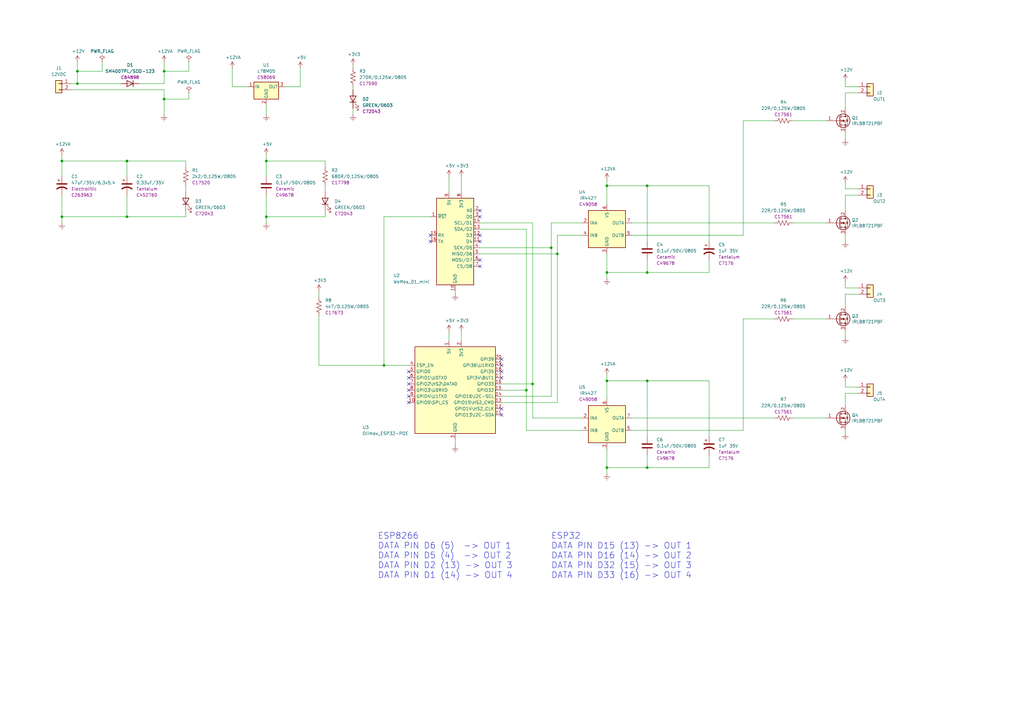
<source format=kicad_sch>
(kicad_sch (version 20211123) (generator eeschema)
  (paper "A3")
  (title_block (title "ESP 4 PWM Module") (date "2022-03-06") (rev "2"))
  (lib_symbols
    (symbol "Connector_Generic:Conn_01x02" (pin_names (offset 1.016) hide)
      (property "Reference" "J" (at 0 2.54 0))
      (property "Value" "Conn_01x02" (at 0 -5.08 0))
      (symbol "Conn_01x02_1_1"
        (rectangle (start -1.27 -2.413) (end 0 -2.667) (stroke (width 0.1524)))
        (rectangle (start -1.27 0.127) (end 0 -0.127) (stroke (width 0.1524)))
        (rectangle (start -1.27 1.27) (end 1.27 -3.81) (stroke (width 0.254)) (fill (type background)))
        (pin passive line (at -5.08 0 0) (length 3.81) (name "Pin_1") (number "1"))
        (pin passive line (at -5.08 -2.54 0) (length 3.81) (name "Pin_2") (number "2"))
      )
    )
    (symbol "Device:C" (pin_numbers hide) (pin_names (offset 0.254))
      (property "Reference" "C" (at 0.635 2.54 0))
      (property "Value" "C" (at 0.635 -2.54 0))
      (symbol "C_0_1"
        (polyline (pts (xy -2.032 -0.762) (xy 2.032 -0.762)) (stroke (width 0.508)))
        (polyline (pts (xy -2.032 0.762) (xy 2.032 0.762)) (stroke (width 0.508)))
      )
      (symbol "C_1_1"
        (pin passive line (at 0 3.81 270) (length 2.794) (name "~") (number "1"))
        (pin passive line (at 0 -3.81 90) (length 2.794) (name "~") (number "2"))
      )
    )
    (symbol "Device:CP1" (pin_numbers hide) (pin_names (offset 0.254) hide)
      (property "Reference" "C" (at 0.635 2.54 0))
      (property "Value" "Device_CP1" (at 0.635 -2.54 0))
      (symbol "CP1_0_1"
        (polyline (pts (xy -2.032 0.762) (xy 2.032 0.762)) (stroke (width 0.508)))
        (polyline (pts (xy -1.778 2.286) (xy -0.762 2.286)))
        (polyline (pts (xy -1.27 1.778) (xy -1.27 2.794)))
        (arc (start 2.032 -1.27) (mid 0 -0.5572) (end -2.032 -1.27) (stroke (width 0.508)))
      )
      (symbol "CP1_1_1"
        (pin passive line (at 0 3.81 270) (length 2.794) (name "~") (number "1"))
        (pin passive line (at 0 -3.81 90) (length 3.302) (name "~") (number "2"))
      )
    )
    (symbol "Device:D" (pin_numbers hide) (pin_names (offset 1.016) hide)
      (property "Reference" "D" (at 0 2.54 0))
      (property "Value" "D" (at 0 -2.54 0))
      (symbol "D_0_1"
        (polyline (pts (xy -1.27 1.27) (xy -1.27 -1.27)) (stroke (width 0.254)))
        (polyline (pts (xy 1.27 0) (xy -1.27 0)))
        (polyline (pts (xy 1.27 1.27) (xy 1.27 -1.27) (xy -1.27 0) (xy 1.27 1.27)) (stroke (width 0.254)))
      )
      (symbol "D_1_1"
        (pin passive line (at -3.81 0 0) (length 2.54) (name "K") (number "1"))
        (pin passive line (at 3.81 0 180) (length 2.54) (name "A") (number "2"))
      )
    )
    (symbol "Device:LED" (pin_numbers hide) (pin_names (offset 1.016) hide)
      (property "Reference" "D" (at 0 2.54 0))
      (property "Value" "LED" (at 0 -2.54 0))
      (symbol "LED_0_1"
        (polyline (pts (xy -1.27 -1.27) (xy -1.27 1.27)) (stroke (width 0.254)))
        (polyline (pts (xy -1.27 0) (xy 1.27 0)))
        (polyline (pts (xy 1.27 -1.27) (xy 1.27 1.27) (xy -1.27 0) (xy 1.27 -1.27)) (stroke (width 0.254)))
        (polyline (pts (xy -3.048 -0.762) (xy -4.572 -2.286) (xy -3.81 -2.286) (xy -4.572 -2.286) (xy -4.572 -1.524)))
        (polyline (pts (xy -1.778 -0.762) (xy -3.302 -2.286) (xy -2.54 -2.286) (xy -3.302 -2.286) (xy -3.302 -1.524)))
      )
      (symbol "LED_1_1"
        (pin passive line (at -3.81 0 0) (length 2.54) (name "K") (number "1"))
        (pin passive line (at 3.81 0 180) (length 2.54) (name "A") (number "2"))
      )
    )
    (symbol "Device:R_US" (pin_numbers hide) (pin_names (offset 0))
      (property "Reference" "R" (at 2.54 0 90))
      (property "Value" "R_US" (at -2.54 0 90))
      (symbol "R_US_0_1"
        (polyline (pts (xy 0 -2.286) (xy 0 -2.54)))
        (polyline (pts (xy 0 2.286) (xy 0 2.54)))
        (polyline (pts (xy 0 -0.762) (xy 1.016 -1.143) (xy 0 -1.524) (xy -1.016 -1.905) (xy 0 -2.286)))
        (polyline (pts (xy 0 0.762) (xy 1.016 0.381) (xy 0 0) (xy -1.016 -0.381) (xy 0 -0.762)))
        (polyline (pts (xy 0 2.286) (xy 1.016 1.905) (xy 0 1.524) (xy -1.016 1.143) (xy 0 0.762)))
      )
      (symbol "R_US_1_1"
        (pin passive line (at 0 3.81 270) (length 1.27) (name "~") (number "1"))
        (pin passive line (at 0 -3.81 90) (length 1.27) (name "~") (number "2"))
      )
    )
    (symbol "MCU_Module:WeMos_D1_mini"
      (property "Reference" "U" (at 3.81 19.05 0))
      (property "Value" "WeMos_D1_mini" (at 1.27 -19.05 0))
      (symbol "WeMos_D1_mini_1_1"
        (rectangle (start -7.62 17.78) (end 7.62 -17.78) (stroke (width 0.254)) (fill (type background)))
        (pin input line (at -10.16 10.16 0) (length 2.54) (name "~{RST}") (number "1"))
        (pin power_in line (at 0 -20.32 90) (length 2.54) (name "GND") (number "10"))
        (pin bidirectional line (at 10.16 0 180) (length 2.54) (name "D4") (number "11"))
        (pin bidirectional line (at 10.16 2.54 180) (length 2.54) (name "D3") (number "12"))
        (pin bidirectional line (at 10.16 5.08 180) (length 2.54) (name "SDA/D2") (number "13"))
        (pin bidirectional line (at 10.16 7.62 180) (length 2.54) (name "SCL/D1") (number "14"))
        (pin input line (at -10.16 2.54 0) (length 2.54) (name "RX") (number "15"))
        (pin output line (at -10.16 0 0) (length 2.54) (name "TX") (number "16"))
        (pin input line (at 10.16 12.7 180) (length 2.54) (name "A0") (number "2"))
        (pin bidirectional line (at 10.16 10.16 180) (length 2.54) (name "D0") (number "3"))
        (pin bidirectional line (at 10.16 -2.54 180) (length 2.54) (name "SCK/D5") (number "4"))
        (pin bidirectional line (at 10.16 -5.08 180) (length 2.54) (name "MISO/D6") (number "5"))
        (pin bidirectional line (at 10.16 -7.62 180) (length 2.54) (name "MOSI/D7") (number "6"))
        (pin bidirectional line (at 10.16 -10.16 180) (length 2.54) (name "CS/D8") (number "7"))
        (pin power_out line (at 2.54 20.32 270) (length 2.54) (name "3V3") (number "8"))
        (pin power_in line (at -2.54 20.32 270) (length 2.54) (name "5V") (number "9"))
      )
    )
    (symbol "Regulator_Linear:L7805" (pin_names (offset 0.254))
      (property "Reference" "U" (at -3.81 3.175 0))
      (property "Value" "L7805" (at 0 3.175 0))
      (symbol "L7805_0_1"
        (rectangle (start -5.08 1.905) (end 5.08 -5.08) (stroke (width 0.254)) (fill (type background)))
      )
      (symbol "L7805_1_1"
        (pin power_in line (at -7.62 0 0) (length 2.54) (name "IN") (number "1"))
        (pin power_in line (at 0 -7.62 90) (length 2.54) (name "GND") (number "2"))
        (pin power_out line (at 7.62 0 180) (length 2.54) (name "OUT") (number "3"))
      )
    )
    (symbol "Tales:IR4427"
      (property "Reference" "U" (at -7.62 8.89 0))
      (property "Value" "IR4427" (at 1.27 8.89 0))
      (symbol "IR4427_0_1"
        (rectangle (start -7.62 -7.62) (end 7.62 7.62) (stroke (width 0.254)) (fill (type background)))
      )
      (symbol "IR4427_1_1"
        (pin no_connect line (at -7.62 0 0) (length 2.54) hide (name "NC") (number "1"))
        (pin input line (at -10.16 2.54 0) (length 2.54) (name "INA") (number "2"))
        (pin power_in line (at 0 -10.16 90) (length 2.54) (name "GND") (number "3"))
        (pin input line (at -10.16 -2.54 0) (length 2.54) (name "INB") (number "4"))
        (pin output line (at 10.16 -2.54 180) (length 2.54) (name "OUTB") (number "5"))
        (pin power_in line (at 0 10.16 270) (length 2.54) (name "VS") (number "6"))
        (pin output line (at 10.16 2.54 180) (length 2.54) (name "OUTA") (number "7"))
        (pin no_connect line (at 7.62 0 180) (length 2.54) hide (name "NC") (number "8"))
      )
    )
    (symbol "Tales:Olimex_ESP32-POE"
      (property "Reference" "U" (at 5.08 19.05 0))
      (property "Value" "Olimex_ESP32-POE" (at 5.08 -19.05 0))
      (symbol "Olimex_ESP32-POE_1_1"
        (rectangle (start -16.51 17.78) (end 16.51 -17.78) (stroke (width 0.254)) (fill (type background)))
        (pin power_in line (at -2.54 20.32 270) (length 2.54) (name "5V") (number "1"))
        (pin bidirectional line (at -19.05 -5.08 0) (length 2.54) (name "GPIO5\\SPI_CS") (number "10"))
        (pin bidirectional line (at 19.05 -10.16 180) (length 2.54) (name "GPIO13\\I2C-SDA") (number "11"))
        (pin bidirectional line (at 19.05 -7.62 180) (length 2.54) (name "GPIO14\\HS2_CLK") (number "12"))
        (pin bidirectional line (at 19.05 -5.08 180) (length 2.54) (name "GPIO15\\HS2_CMD") (number "13"))
        (pin bidirectional line (at 19.05 -2.54 180) (length 2.54) (name "GPIO16\\I2C-SCL") (number "14"))
        (pin bidirectional line (at 19.05 0 180) (length 2.54) (name "GPIO32") (number "15"))
        (pin bidirectional line (at 19.05 2.54 180) (length 2.54) (name "GPIO33") (number "16"))
        (pin input line (at 19.05 5.08 180) (length 2.54) (name "GPI34\\BUT1") (number "17"))
        (pin input line (at 19.05 7.62 180) (length 2.54) (name "GPI35") (number "18"))
        (pin input line (at 19.05 10.16 180) (length 2.54) (name "GPI36\\U1RXD") (number "19"))
        (pin power_out line (at 2.54 20.32 270) (length 2.54) (name "3V3") (number "2"))
        (pin input line (at 19.05 12.7 180) (length 2.54) (name "GPI39") (number "20"))
        (pin power_in line (at 0 -20.32 90) (length 2.54) (name "GND") (number "3"))
        (pin input line (at -19.05 10.16 0) (length 2.54) (name "ESP_EN") (number "4"))
        (pin bidirectional line (at -19.05 7.62 0) (length 2.54) (name "GPIO0") (number "5"))
        (pin bidirectional line (at -19.05 5.08 0) (length 2.54) (name "GPIO1\\U0TXD") (number "6"))
        (pin bidirectional line (at -19.05 2.54 0) (length 2.54) (name "GPIO2\\HS2\\DATA0") (number "7"))
        (pin bidirectional line (at -19.05 0 0) (length 2.54) (name "GPIO3\\U0RXD") (number "8"))
        (pin bidirectional line (at -19.05 -2.54 0) (length 2.54) (name "GPIO4\\U1TXD") (number "9"))
      )
    )
    (symbol "Transistor_FET:IRLB8721PBF" (pin_names hide)
      (property "Reference" "Q" (at 6.35 1.905 0))
      (property "Value" "IRLB8721PBF" (at 6.35 0 0))
      (symbol "IRLB8721PBF_0_1"
        (polyline (pts (xy 0.254 0) (xy -2.54 0)))
        (polyline (pts (xy 0.254 1.905) (xy 0.254 -1.905)) (stroke (width 0.254)))
        (polyline (pts (xy 0.762 -1.27) (xy 0.762 -2.286)) (stroke (width 0.254)))
        (polyline (pts (xy 0.762 0.508) (xy 0.762 -0.508)) (stroke (width 0.254)))
        (polyline (pts (xy 0.762 2.286) (xy 0.762 1.27)) (stroke (width 0.254)))
        (polyline (pts (xy 2.54 2.54) (xy 2.54 1.778)))
        (polyline (pts (xy 2.54 -2.54) (xy 2.54 0) (xy 0.762 0)))
        (polyline (pts (xy 0.762 -1.778) (xy 3.302 -1.778) (xy 3.302 1.778) (xy 0.762 1.778)))
        (polyline (pts (xy 1.016 0) (xy 2.032 0.381) (xy 2.032 -0.381) (xy 1.016 0)) (fill (type outline)))
        (polyline (pts (xy 2.794 0.508) (xy 2.921 0.381) (xy 3.683 0.381) (xy 3.81 0.254)))
        (polyline (pts (xy 3.302 0.381) (xy 2.921 -0.254) (xy 3.683 -0.254) (xy 3.302 0.381)))
        (circle (center 1.651 0) (radius 2.794) (stroke (width 0.254)))
        (circle (center 2.54 -1.778) (radius 0.254) (fill (type outline)))
        (circle (center 2.54 1.778) (radius 0.254) (fill (type outline)))
      )
      (symbol "IRLB8721PBF_1_1"
        (pin input line (at -5.08 0 0) (length 2.54) (name "G") (number "1"))
        (pin passive line (at 2.54 5.08 270) (length 2.54) (name "D") (number "2"))
        (pin passive line (at 2.54 -5.08 90) (length 2.54) (name "S") (number "3"))
      )
    )
    (symbol "power:+12V" (power) (pin_names (offset 0))
      (property "Value" "+12V" (at 0 3.556 0))
      (symbol "+12V_0_1"
        (polyline (pts (xy -0.762 1.27) (xy 0 2.54)))
        (polyline (pts (xy 0 0) (xy 0 2.54)))
        (polyline (pts (xy 0 2.54) (xy 0.762 1.27)))
      )
      (symbol "+12V_1_1"
        (pin power_in line (at 0 0 90) (length 0) hide (name "+12V") (number "1"))
      )
    )
    (symbol "power:+12VA" (power) (pin_names (offset 0))
      (property "Value" "+12VA" (at 0 3.556 0))
      (symbol "+12VA_0_1"
        (polyline (pts (xy -0.762 1.27) (xy 0 2.54)))
        (polyline (pts (xy 0 0) (xy 0 2.54)))
        (polyline (pts (xy 0 2.54) (xy 0.762 1.27)))
      )
      (symbol "+12VA_1_1"
        (pin power_in line (at 0 0 90) (length 0) hide (name "+12VA") (number "1"))
      )
    )
    (symbol "power:+3.3V" (power) (pin_names (offset 0))
      (property "Value" "+3.3V" (at 0 3.556 0))
      (symbol "+3.3V_0_1"
        (polyline (pts (xy -0.762 1.27) (xy 0 2.54)))
        (polyline (pts (xy 0 0) (xy 0 2.54)))
        (polyline (pts (xy 0 2.54) (xy 0.762 1.27)))
      )
      (symbol "+3.3V_1_1"
        (pin power_in line (at 0 0 90) (length 0) hide (name "+3V3") (number "1"))
      )
    )
    (symbol "power:+5V" (power) (pin_names (offset 0))
      (property "Value" "+5V" (at 0 3.556 0))
      (symbol "+5V_0_1"
        (polyline (pts (xy -0.762 1.27) (xy 0 2.54)))
        (polyline (pts (xy 0 0) (xy 0 2.54)))
        (polyline (pts (xy 0 2.54) (xy 0.762 1.27)))
      )
      (symbol "+5V_1_1"
        (pin power_in line (at 0 0 90) (length 0) hide (name "+5V") (number "1"))
      )
    )
    (symbol "power:GNDREF" (power) (pin_names (offset 0))
      (property "Value" "GNDREF" (at 0 -3.81 0))
      (symbol "GNDREF_0_1"
        (polyline (pts (xy -0.635 -1.905) (xy 0.635 -1.905)))
        (polyline (pts (xy -0.127 -2.54) (xy 0.127 -2.54)))
        (polyline (pts (xy 0 -1.27) (xy 0 0)))
        (polyline (pts (xy 1.27 -1.27) (xy -1.27 -1.27)))
      )
      (symbol "GNDREF_1_1"
        (pin power_in line (at 0 0 270) (length 0) hide (name "GNDREF") (number "1"))
      )
    )
    (symbol "power:PWR_FLAG" (power) (pin_numbers hide) (pin_names (offset 0) hide)
      (property "Value" "PWR_FLAG" (at 0 3.81 0))
      (symbol "PWR_FLAG_0_0"
        (pin power_out line (at 0 0 90) (length 0) (name "pwr") (number "1"))
      )
      (symbol "PWR_FLAG_0_1"
        (polyline (pts (xy 0 0) (xy 0 1.27) (xy -1.016 1.905) (xy 0 2.54) (xy 1.016 1.905) (xy 0 1.27)))
      )
    )
  )
  (junction (at 265.43 156.21))
  (junction (at 31.75 29.21))
  (junction (at 248.92 111.76))
  (junction (at 25.4 66.04))
  (junction (at 248.92 191.77))
  (junction (at 52.07 66.04))
  (junction (at 157.48 149.86))
  (junction (at 215.9 160.02))
  (junction (at 25.4 88.9))
  (junction (at 218.44 157.48))
  (junction (at 109.22 66.04))
  (junction (at 52.07 88.9))
  (junction (at 265.43 111.76))
  (junction (at 67.31 29.21))
  (junction (at 67.31 40.64))
  (junction (at 265.43 76.2))
  (junction (at 228.6 104.14))
  (junction (at 31.75 34.29))
  (junction (at 109.22 88.9))
  (junction (at 226.06 101.6))
  (junction (at 265.43 191.77))
  (junction (at 248.92 156.21))
  (junction (at 248.92 76.2))
  (no_connect (at 205.74 170.18))
  (no_connect (at 167.64 160.02))
  (no_connect (at 205.74 147.32))
  (no_connect (at 196.85 99.06))
  (no_connect (at 167.64 152.4))
  (no_connect (at 176.53 99.06))
  (no_connect (at 205.74 152.4))
  (no_connect (at 196.85 109.22))
  (no_connect (at 196.85 106.68))
  (no_connect (at 196.85 96.52))
  (no_connect (at 205.74 154.94))
  (no_connect (at 205.74 149.86))
  (no_connect (at 167.64 157.48))
  (no_connect (at 196.85 86.36))
  (no_connect (at 176.53 96.52))
  (no_connect (at 167.64 162.56))
  (no_connect (at 196.85 88.9))
  (no_connect (at 167.64 165.1))
  (no_connect (at 167.64 154.94))
  (no_connect (at 205.74 167.64))
  (wire (pts (xy 228.6 104.14) (xy 228.6 96.52)))
  (wire (pts (xy 109.22 43.18) (xy 109.22 46.99)))
  (wire (pts (xy 95.25 27.94) (xy 95.25 35.56)))
  (wire (pts (xy 248.92 73.66) (xy 248.92 76.2)))
  (wire (pts (xy 25.4 66.04) (xy 25.4 72.39)))
  (wire (pts (xy 215.9 176.53) (xy 238.76 176.53)))
  (wire (pts (xy 25.4 63.5) (xy 25.4 66.04)))
  (wire (pts (xy 304.8 130.81) (xy 304.8 176.53)))
  (wire (pts (xy 67.31 36.83) (xy 67.31 40.64)))
  (wire (pts (xy 346.71 96.52) (xy 346.71 99.06)))
  (wire (pts (xy 144.78 44.45) (xy 144.78 46.99)))
  (wire (pts (xy 25.4 88.9) (xy 25.4 80.01)))
  (wire (pts (xy 248.92 76.2) (xy 248.92 83.82)))
  (wire (pts (xy 265.43 111.76) (xy 248.92 111.76)))
  (wire (pts (xy 52.07 88.9) (xy 25.4 88.9)))
  (wire (pts (xy 351.79 120.65) (xy 346.71 120.65)))
  (wire (pts (xy 176.53 88.9) (xy 157.48 88.9)))
  (wire (pts (xy 218.44 157.48) (xy 218.44 171.45)))
  (wire (pts (xy 290.83 179.07) (xy 290.83 156.21)))
  (wire (pts (xy 186.69 182.88) (xy 186.69 180.34)))
  (wire (pts (xy 259.08 171.45) (xy 317.5 171.45)))
  (wire (pts (xy 123.19 27.94) (xy 123.19 35.56)))
  (wire (pts (xy 205.74 160.02) (xy 215.9 160.02)))
  (wire (pts (xy 76.2 66.04) (xy 52.07 66.04)))
  (wire (pts (xy 130.81 129.54) (xy 130.81 149.86)))
  (wire (pts (xy 116.84 35.56) (xy 123.19 35.56)))
  (wire (pts (xy 76.2 88.9) (xy 52.07 88.9)))
  (wire (pts (xy 218.44 91.44) (xy 218.44 157.48)))
  (wire (pts (xy 41.91 29.21) (xy 41.91 25.4)))
  (wire (pts (xy 290.83 76.2) (xy 265.43 76.2)))
  (wire (pts (xy 205.74 162.56) (xy 226.06 162.56)))
  (wire (pts (xy 189.23 135.89) (xy 189.23 139.7)))
  (wire (pts (xy 133.35 86.36) (xy 133.35 88.9)))
  (wire (pts (xy 325.12 171.45) (xy 339.09 171.45)))
  (wire (pts (xy 248.92 194.31) (xy 248.92 191.77)))
  (wire (pts (xy 290.83 156.21) (xy 265.43 156.21)))
  (wire (pts (xy 218.44 171.45) (xy 238.76 171.45)))
  (wire (pts (xy 77.47 25.4) (xy 77.47 29.21)))
  (wire (pts (xy 109.22 63.5) (xy 109.22 66.04)))
  (wire (pts (xy 351.79 158.75) (xy 346.71 158.75)))
  (wire (pts (xy 144.78 26.67) (xy 144.78 27.94)))
  (wire (pts (xy 157.48 149.86) (xy 167.64 149.86)))
  (wire (pts (xy 133.35 68.58) (xy 133.35 66.04)))
  (wire (pts (xy 265.43 156.21) (xy 248.92 156.21)))
  (wire (pts (xy 31.75 34.29) (xy 49.53 34.29)))
  (wire (pts (xy 248.92 156.21) (xy 248.92 153.67)))
  (wire (pts (xy 76.2 86.36) (xy 76.2 88.9)))
  (wire (pts (xy 265.43 186.69) (xy 265.43 191.77)))
  (wire (pts (xy 346.71 158.75) (xy 346.71 156.21)))
  (wire (pts (xy 228.6 165.1) (xy 228.6 104.14)))
  (wire (pts (xy 31.75 29.21) (xy 31.75 34.29)))
  (wire (pts (xy 196.85 93.98) (xy 215.9 93.98)))
  (wire (pts (xy 265.43 179.07) (xy 265.43 156.21)))
  (wire (pts (xy 76.2 68.58) (xy 76.2 66.04)))
  (wire (pts (xy 215.9 93.98) (xy 215.9 160.02)))
  (wire (pts (xy 184.15 135.89) (xy 184.15 139.7)))
  (wire (pts (xy 346.71 38.1) (xy 346.71 44.45)))
  (wire (pts (xy 346.71 80.01) (xy 346.71 86.36)))
  (wire (pts (xy 130.81 119.38) (xy 130.81 121.92)))
  (wire (pts (xy 248.92 111.76) (xy 248.92 104.14)))
  (wire (pts (xy 133.35 88.9) (xy 109.22 88.9)))
  (wire (pts (xy 317.5 130.81) (xy 304.8 130.81)))
  (wire (pts (xy 157.48 88.9) (xy 157.48 149.86)))
  (wire (pts (xy 67.31 34.29) (xy 67.31 29.21)))
  (wire (pts (xy 351.79 80.01) (xy 346.71 80.01)))
  (wire (pts (xy 184.15 72.39) (xy 184.15 78.74)))
  (wire (pts (xy 351.79 161.29) (xy 346.71 161.29)))
  (wire (pts (xy 317.5 91.44) (xy 259.08 91.44)))
  (wire (pts (xy 304.8 176.53) (xy 259.08 176.53)))
  (wire (pts (xy 196.85 101.6) (xy 226.06 101.6)))
  (wire (pts (xy 196.85 91.44) (xy 218.44 91.44)))
  (wire (pts (xy 346.71 77.47) (xy 346.71 74.93)))
  (wire (pts (xy 130.81 149.86) (xy 157.48 149.86)))
  (wire (pts (xy 29.21 34.29) (xy 31.75 34.29)))
  (wire (pts (xy 205.74 157.48) (xy 218.44 157.48)))
  (wire (pts (xy 290.83 186.69) (xy 290.83 191.77)))
  (wire (pts (xy 109.22 80.01) (xy 109.22 88.9)))
  (wire (pts (xy 290.83 106.68) (xy 290.83 111.76)))
  (wire (pts (xy 346.71 35.56) (xy 346.71 33.02)))
  (wire (pts (xy 109.22 91.44) (xy 109.22 88.9)))
  (wire (pts (xy 29.21 36.83) (xy 67.31 36.83)))
  (wire (pts (xy 31.75 29.21) (xy 41.91 29.21)))
  (wire (pts (xy 290.83 99.06) (xy 290.83 76.2)))
  (wire (pts (xy 265.43 191.77) (xy 248.92 191.77)))
  (wire (pts (xy 226.06 91.44) (xy 238.76 91.44)))
  (wire (pts (xy 109.22 72.39) (xy 109.22 66.04)))
  (wire (pts (xy 52.07 72.39) (xy 52.07 66.04)))
  (wire (pts (xy 226.06 162.56) (xy 226.06 101.6)))
  (wire (pts (xy 351.79 38.1) (xy 346.71 38.1)))
  (wire (pts (xy 351.79 77.47) (xy 346.71 77.47)))
  (wire (pts (xy 290.83 191.77) (xy 265.43 191.77)))
  (wire (pts (xy 77.47 38.1) (xy 77.47 40.64)))
  (wire (pts (xy 31.75 25.4) (xy 31.75 29.21)))
  (wire (pts (xy 144.78 36.83) (xy 144.78 35.56)))
  (wire (pts (xy 325.12 49.53) (xy 339.09 49.53)))
  (wire (pts (xy 265.43 76.2) (xy 248.92 76.2)))
  (wire (pts (xy 95.25 35.56) (xy 101.6 35.56)))
  (wire (pts (xy 325.12 91.44) (xy 339.09 91.44)))
  (wire (pts (xy 228.6 96.52) (xy 238.76 96.52)))
  (wire (pts (xy 77.47 29.21) (xy 67.31 29.21)))
  (wire (pts (xy 265.43 99.06) (xy 265.43 76.2)))
  (wire (pts (xy 76.2 78.74) (xy 76.2 76.2)))
  (wire (pts (xy 52.07 66.04) (xy 25.4 66.04)))
  (wire (pts (xy 67.31 29.21) (xy 67.31 25.4)))
  (wire (pts (xy 265.43 106.68) (xy 265.43 111.76)))
  (wire (pts (xy 304.8 96.52) (xy 259.08 96.52)))
  (wire (pts (xy 325.12 130.81) (xy 339.09 130.81)))
  (wire (pts (xy 57.15 34.29) (xy 67.31 34.29)))
  (wire (pts (xy 346.71 54.61) (xy 346.71 57.15)))
  (wire (pts (xy 196.85 104.14) (xy 228.6 104.14)))
  (wire (pts (xy 226.06 101.6) (xy 226.06 91.44)))
  (wire (pts (xy 346.71 135.89) (xy 346.71 138.43)))
  (wire (pts (xy 67.31 40.64) (xy 67.31 46.99)))
  (wire (pts (xy 248.92 191.77) (xy 248.92 184.15)))
  (wire (pts (xy 215.9 160.02) (xy 215.9 176.53)))
  (wire (pts (xy 248.92 163.83) (xy 248.92 156.21)))
  (wire (pts (xy 189.23 72.39) (xy 189.23 78.74)))
  (wire (pts (xy 346.71 176.53) (xy 346.71 177.8)))
  (wire (pts (xy 186.69 119.38) (xy 186.69 120.65)))
  (wire (pts (xy 133.35 78.74) (xy 133.35 76.2)))
  (wire (pts (xy 351.79 118.11) (xy 346.71 118.11)))
  (wire (pts (xy 346.71 118.11) (xy 346.71 115.57)))
  (wire (pts (xy 52.07 80.01) (xy 52.07 88.9)))
  (wire (pts (xy 304.8 49.53) (xy 304.8 96.52)))
  (wire (pts (xy 133.35 66.04) (xy 109.22 66.04)))
  (wire (pts (xy 351.79 35.56) (xy 346.71 35.56)))
  (wire (pts (xy 290.83 111.76) (xy 265.43 111.76)))
  (wire (pts (xy 25.4 91.44) (xy 25.4 88.9)))
  (wire (pts (xy 304.8 49.53) (xy 317.5 49.53)))
  (wire (pts (xy 346.71 120.65) (xy 346.71 125.73)))
  (wire (pts (xy 248.92 114.3) (xy 248.92 111.76)))
  (wire (pts (xy 77.47 40.64) (xy 67.31 40.64)))
  (wire (pts (xy 346.71 161.29) (xy 346.71 166.37)))
  (wire (pts (xy 205.74 165.1) (xy 228.6 165.1)))
  (text "ESP32\nDATA PIN D15 (13) -> OUT 1\nDATA PIN D16 (14) -> OUT 2\nDATA PIN D32 (15) -> OUT 3\nDATA PIN D33 (16) -> OUT 4" (at 226.06 237.49 0) (effects (font (size 2.5 2.5)) (justify left bottom)))
  (text "ESP8266\nDATA PIN D6 (5)  -> OUT 1\nDATA PIN D5 (4)  -> OUT 2\nDATA PIN D2 (13) -> OUT 3\nDATA PIN D1 (14) -> OUT 4" (at 154.94 237.49 0) (effects (font (size 2.5 2.5)) (justify left bottom)))
  (symbol (lib_id "Device:R_US") (at 76.2 72.39 0) (unit 1)
    (property "Reference" "R1" (at 78.74 69.85 0) (effects (justify left)))
    (property "Value" "2k2/0,125W/0805" (at 78.74 72.39 0) (effects (justify left)))
    (property "Footprint" "Tales:R_0805_2012Metric" (effects hide))
    (property "Case" "0805/2012" (effects hide))
    (property "Mfr" "Uniroyal" (effects hide))
    (property "Mfr PN" "0805W8F2201T5E" (effects hide))
    (property "Vendor" "JLCPCB" (effects hide))
    (property "Vendor PN" "C17520" (effects hide))
    (property "JLCPCB BOM" "1" (effects hide))
    (property "LCSC Part" "C17520" (at 78.74 74.93 0) (effects (justify left)))
  )
  (symbol (lib_id "Device:D") (at 53.34 34.29 180) (unit 1)
    (property "Reference" "D1" (at 53.34 26.67 0))
    (property "Value" "SM4007PL/SOD-123" (at 53.34 29.21 0))
    (property "Footprint" "Tales:D_SOD-123" (effects hide))
    (property "Case" "SOD-123FL" (effects hide))
    (property "Mfr" "MDD" (effects hide))
    (property "Mfr PN" "SM4007PL" (effects hide))
    (property "Vendor" "JLCPCB" (effects hide))
    (property "Vendor PN" "C64898" (effects hide))
    (property "JLCPCB BOM" "1" (effects hide))
    (property "LCSC Part" "C64898" (at 53.34 31.75 0))
  )
  (symbol (lib_id "Regulator_Linear:L7805") (at 109.22 35.56 0) (unit 1)
    (property "Reference" "U1" (at 109.22 26.67 0))
    (property "Value" "L78M05" (at 109.22 29.21 0))
    (property "Footprint" "Tales:TO-252-2" (effects hide))
    (property "Datasheet" "http://www.st.com/content/ccc/resource/technical/document/datasheet/41/4f/b3/b0/12/d4/47/88/CD00000444.pdf/files/CD00000444.pdf/jcr:content/translations/en.CD00000444.pdf" (effects hide))
    (property "Case" "TO-252" (effects hide))
    (property "Mfr" "ST Microelectronics" (effects hide))
    (property "Mfr PN" "L78M05ABDT-TR" (effects hide))
    (property "Vendor" "JLCPCB" (effects hide))
    (property "Vendor PN" "C58069" (effects hide))
    (property "JLCPCB BOM" "1" (effects hide))
    (property "LCSC Part" "C58069" (at 109.22 31.75 0))
  )
  (symbol (lib_id "power:PWR_FLAG") (at 77.47 25.4 0) (unit 1)
    (property "Reference" "#FLG0101" (effects hide))
    (property "Value" "PWR_FLAG" (at 77.47 21.0058 0))
  )
  (symbol (lib_id "power:GNDREF") (at 186.69 120.65 0) (unit 1)
    (property "Reference" "#PWR0105" (effects hide))
    (property "Value" "GNDREF" (effects hide))
  )
  (symbol (lib_id "Device:LED") (at 76.2 82.55 90) (unit 1)
    (property "Reference" "D3" (at 80.01 82.55 90) (effects (justify right)))
    (property "Value" "GREEN/0603" (at 80.01 85.09 90) (effects (justify right)))
    (property "Footprint" "Tales:LED_0603_1608Metric" (effects hide))
    (property "Case" "0603" (effects hide))
    (property "Mfr" "Everlight" (effects hide))
    (property "Mfr PN" "19-217/GHC-YR1S2/3T" (effects hide))
    (property "Vendor" "JLCPCB" (effects hide))
    (property "Vendor PN" "C72043" (effects hide))
    (property "JLCPCB BOM" "1" (effects hide))
    (property "LCSC Part" "C72043" (at 80.01 87.63 90) (effects (justify right)))
  )
  (symbol (lib_id "Connector_Generic:Conn_01x02") (at 356.87 35.56 0) (unit 1)
    (property "Reference" "J2" (at 360.68 38.1 0))
    (property "Value" "OUT1" (at 360.68 40.64 0))
    (property "Footprint" "Tales:TerminalBlock_Phoenix_MKDS-3-2-5.08_1x02_P5.08mm_Horizontal" (effects hide))
    (property "Mfr" "Metaltex" (effects hide))
    (property "Vendor" "Eletropecas" (effects hide))
    (property "Mfr PN" "BR902V" (effects hide))
    (property "Vendor PN" "29273" (effects hide))
    (property "JLCPCB BOM" "0" (effects hide))
  )
  (symbol (lib_id "Device:R_US") (at 133.35 72.39 0) (unit 1)
    (property "Reference" "R2" (at 135.89 69.85 0) (effects (justify left)))
    (property "Value" "680R/0,125W/0805" (at 135.89 72.39 0) (effects (justify left)))
    (property "Footprint" "Tales:R_0805_2012Metric" (effects hide))
    (property "Case" "0805/2012" (effects hide))
    (property "Mfr" "Uniroyal" (effects hide))
    (property "Mfr PN" "0805W8F6800T5E" (effects hide))
    (property "Vendor" "JLCPCB" (effects hide))
    (property "Vendor PN" "C17798" (effects hide))
    (property "JLCPCB BOM" "1" (effects hide))
    (property "LCSC Part" "C17798" (at 135.89 74.93 0) (effects (justify left)))
  )
  (symbol (lib_id "power:+5V") (at 109.22 63.5 0) (unit 1)
    (property "Reference" "#PWR0123" (effects hide))
    (property "Value" "+5V" (at 109.601 59.1058 0))
  )
  (symbol (lib_id "power:+3.3V") (at 144.78 26.67 0) (unit 1)
    (property "Reference" "#PWR0124" (effects hide))
    (property "Value" "+3.3V" (at 145.161 22.2758 0))
  )
  (symbol (lib_id "power:GNDREF") (at 109.22 91.44 0) (unit 1)
    (property "Reference" "#PWR0125" (effects hide))
    (property "Value" "GNDREF" (effects hide))
  )
  (symbol (lib_id "power:GNDREF") (at 144.78 46.99 0) (unit 1)
    (property "Reference" "#PWR0126" (effects hide))
    (property "Value" "GNDREF" (effects hide))
  )
  (symbol (lib_id "power:PWR_FLAG") (at 77.47 38.1 0) (unit 1)
    (property "Reference" "#FLG0102" (effects hide))
    (property "Value" "PWR_FLAG" (at 77.47 33.7058 0))
  )
  (symbol (lib_id "power:+12VA") (at 248.92 73.66 0) (unit 1)
    (property "Reference" "#PWR0101" (effects hide))
    (property "Value" "+12VA" (at 249.301 69.2658 0))
  )
  (symbol (lib_id "power:+12VA") (at 248.92 153.67 0) (unit 1)
    (property "Reference" "#PWR0111" (effects hide))
    (property "Value" "+12VA" (at 249.301 149.2758 0))
  )
  (symbol (lib_id "Tales:Olimex_ESP32-POE") (at 186.69 160.02 0) (unit 1)
    (property "Reference" "U3" (at 148.59 175.26 0) (effects (justify left)))
    (property "Value" "Olimex_ESP32-POE" (at 148.59 177.8 0) (effects (justify left)))
    (property "Footprint" "Tales:Olimex_ESP32-POE_Pads" (effects hide))
    (property "Mfr" "Olimex" (effects hide))
    (property "Mfr PN" "ESP32-POE" (effects hide))
    (property "Vendor" "Mouser" (effects hide))
    (property "Vendor PN" "909-ESP32-POE\r" (effects hide))
    (property "JLCPCB BOM" "0" (effects hide))
  )
  (symbol (lib_id "power:GNDREF") (at 186.69 182.88 0) (unit 1)
    (property "Reference" "#PWR0114" (effects hide))
    (property "Value" "GNDREF" (effects hide))
  )
  (symbol (lib_id "MCU_Module:WeMos_D1_mini") (at 186.69 99.06 0) (unit 1)
    (property "Reference" "U2" (at 161.29 113.03 0) (effects (justify left)))
    (property "Value" "WeMos_D1_mini" (at 161.29 115.57 0) (effects (justify left)))
    (property "Footprint" "Tales:WEMOS_D1_mini_light_pads" (effects hide))
    (property "Datasheet" "https://wiki.wemos.cc/products:d1:d1_mini#documentation" (effects hide))
    (property "Mfr" "Wemos" (effects hide))
    (property "Mfr PN" "D1 Mini Node MCU" (effects hide))
    (property "Vendor" "Filipeflop" (effects hide))
    (property "Vendor PN" "6WL25" (effects hide))
    (property "JLCPCB BOM" "0" (effects hide))
  )
  (symbol (lib_id "power:+3.3V") (at 189.23 135.89 0) (unit 1)
    (property "Reference" "#PWR0115" (effects hide))
    (property "Value" "+3.3V" (at 189.611 131.4958 0))
  )
  (symbol (lib_id "power:+5V") (at 184.15 135.89 0) (unit 1)
    (property "Reference" "#PWR0120" (effects hide))
    (property "Value" "+5V" (at 184.531 131.4958 0))
  )
  (symbol (lib_id "Device:R_US") (at 321.31 49.53 270) (unit 1)
    (property "Reference" "R4" (at 321.31 41.91 90))
    (property "Value" "22R/0,125W/0805" (at 321.31 44.45 90))
    (property "Footprint" "Tales:R_0805_2012Metric" (effects hide))
    (property "Case" "0805/2012" (effects hide))
    (property "Mfr" "Uniroyal" (effects hide))
    (property "Mfr PN" "0805W8F220JT5E" (effects hide))
    (property "Vendor" "JLCPCB" (effects hide))
    (property "Vendor PN" "C17561" (effects hide))
    (property "JLCPCB BOM" "1" (effects hide))
    (property "LCSC Part" "C17561" (at 321.31 46.99 90))
  )
  (symbol (lib_id "Device:R_US") (at 321.31 91.44 270) (unit 1)
    (property "Reference" "R5" (at 321.31 83.82 90))
    (property "Value" "22R/0,125W/0805" (at 321.31 86.36 90))
    (property "Footprint" "Tales:R_0805_2012Metric" (effects hide))
    (property "Case" "0805/2012" (effects hide))
    (property "Mfr" "Uniroyal" (effects hide))
    (property "Mfr PN" "0805W8F220JT5E" (effects hide))
    (property "Vendor" "JLCPCB" (effects hide))
    (property "Vendor PN" "C17561" (effects hide))
    (property "JLCPCB BOM" "1" (effects hide))
    (property "LCSC Part" "C17561" (at 321.31 88.9 90))
  )
  (symbol (lib_id "Device:R_US") (at 321.31 130.81 270) (unit 1)
    (property "Reference" "R6" (at 321.31 123.19 90))
    (property "Value" "22R/0,125W/0805" (at 321.31 125.73 90))
    (property "Footprint" "Tales:R_0805_2012Metric" (effects hide))
    (property "Case" "0805/2012" (effects hide))
    (property "Mfr" "Uniroyal" (effects hide))
    (property "Mfr PN" "0805W8F220JT5E" (effects hide))
    (property "Vendor" "JLCPCB" (effects hide))
    (property "Vendor PN" "C17561" (effects hide))
    (property "JLCPCB BOM" "1" (effects hide))
    (property "LCSC Part" "C17561" (at 321.31 128.27 90))
  )
  (symbol (lib_id "Device:R_US") (at 321.31 171.45 270) (unit 1)
    (property "Reference" "R7" (at 321.31 163.83 90))
    (property "Value" "22R/0,125W/0805" (at 321.31 166.37 90))
    (property "Footprint" "Tales:R_0805_2012Metric" (effects hide))
    (property "Case" "0805/2012" (effects hide))
    (property "Mfr" "Uniroyal" (effects hide))
    (property "Mfr PN" "0805W8F220JT5E" (effects hide))
    (property "Vendor" "JLCPCB" (effects hide))
    (property "Vendor PN" "C17561" (effects hide))
    (property "JLCPCB BOM" "1" (effects hide))
    (property "LCSC Part" "C17561" (at 321.31 168.91 90))
  )
  (symbol (lib_id "Device:CP1") (at 290.83 102.87 0) (unit 1)
    (property "Reference" "C5" (at 294.64 100.33 0) (effects (justify left)))
    (property "Value" "1uF 35V" (at 294.64 102.87 0) (effects (justify left)))
    (property "Footprint" "Tales:CP_EIA-3216-18_Kemet-A_Pad1.58x1.35mm_HandSolder" (effects hide))
    (property "Case" "1206/3216" (effects hide))
    (property "Mfr" "AVX" (effects hide))
    (property "Vendor" "JLCPCB" (effects hide))
    (property "Mfr PN" "TAJA105K035RNJ" (effects hide))
    (property "Vendor PN" "C7176" (effects hide))
    (property "Technology" "Tantalum" (at 294.64 105.41 0) (effects (justify left)))
    (property "JLCPCB BOM" "1" (effects hide))
    (property "LCSC Part" "C7176" (at 294.64 107.95 0) (effects (justify left)))
  )
  (symbol (lib_id "Device:CP1") (at 290.83 182.88 0) (unit 1)
    (property "Reference" "C7" (at 294.64 180.34 0) (effects (justify left)))
    (property "Value" "1uF 35V" (at 294.64 182.88 0) (effects (justify left)))
    (property "Footprint" "Tales:CP_EIA-3216-18_Kemet-A_Pad1.58x1.35mm_HandSolder" (effects hide))
    (property "Case" "1206/3216" (effects hide))
    (property "Mfr" "AVX" (effects hide))
    (property "Vendor" "JLCPCB" (effects hide))
    (property "Mfr PN" "TAJA105K035RNJ" (effects hide))
    (property "Vendor PN" "C7176" (effects hide))
    (property "Technology" "Tantalum" (at 294.64 185.42 0) (effects (justify left)))
    (property "JLCPCB BOM" "1" (effects hide))
    (property "LCSC Part" "C7176" (at 294.64 187.96 0) (effects (justify left)))
  )
  (symbol (lib_id "Tales:IR4427") (at 248.92 93.98 0) (unit 1)
    (property "Reference" "U4" (at 238.76 78.74 0))
    (property "Value" "IR4427" (at 241.3 81.28 0))
    (property "Footprint" "Package_SO:SOIC-8_3.9x4.9mm_P1.27mm" (effects hide))
    (property "Case" "SOIC-8" (effects hide))
    (property "Mfr" "International Rectifier" (effects hide))
    (property "Mfr PN" "IR4427STRPBF\r" (effects hide))
    (property "Vendor" "JLCPCB" (effects hide))
    (property "Vendor PN" "C49058" (effects hide))
    (property "JLCPCB BOM" "1" (effects hide))
    (property "LCSC Part" "C49058" (at 237.49 83.82 0) (effects (justify left)))
  )
  (symbol (lib_id "Tales:IR4427") (at 248.92 173.99 0) (unit 1)
    (property "Reference" "U5" (at 238.76 158.75 0))
    (property "Value" "IR4427" (at 241.3 161.29 0))
    (property "Footprint" "Package_SO:SOIC-8_3.9x4.9mm_P1.27mm" (effects hide))
    (property "Case" "SOIC-8" (effects hide))
    (property "Mfr" "International Rectifier" (effects hide))
    (property "Mfr PN" "IR4427STRPBF\r" (effects hide))
    (property "Vendor" "JLCPCB" (effects hide))
    (property "Vendor PN" "C49058" (effects hide))
    (property "JLCPCB BOM" "1" (effects hide))
    (property "LCSC Part" "C49058" (at 237.49 163.83 0) (effects (justify left)))
  )
  (symbol (lib_id "power:+12V") (at 31.75 25.4 0) (unit 1)
    (property "Reference" "#PWR0107" (effects hide))
    (property "Value" "+12V" (at 32.131 21.0058 0))
  )
  (symbol (lib_id "power:+3.3V") (at 189.23 72.39 0) (unit 1)
    (property "Reference" "#PWR0109" (effects hide))
    (property "Value" "+3.3V" (at 189.611 67.9958 0))
  )
  (symbol (lib_id "power:+5V") (at 184.15 72.39 0) (unit 1)
    (property "Reference" "#PWR0110" (effects hide))
    (property "Value" "+5V" (at 184.531 67.9958 0))
  )
  (symbol (lib_id "Device:CP1") (at 52.07 76.2 0) (unit 1)
    (property "Reference" "C2" (at 55.88 72.39 0) (effects (justify left)))
    (property "Value" "0,33uF/35V" (at 55.88 74.93 0) (effects (justify left)))
    (property "Footprint" "Tales:CP_EIA-3216-18_Kemet-A_Pad1.58x1.35mm_HandSolder" (effects hide))
    (property "Case" "1206/3216" (effects hide))
    (property "Mfr" "Kemet" (effects hide))
    (property "Mfr PN" "T491A334M035AT" (effects hide))
    (property "Technology" "Tantalum" (at 55.88 77.47 0) (effects (justify left)))
    (property "Vendor" "JLCPCB" (effects hide))
    (property "Vendor PN" "C452760" (effects hide))
    (property "JLCPCB BOM" "1" (effects hide))
    (property "LCSC Part" "C452760" (at 55.88 80.01 0) (effects (justify left)))
  )
  (symbol (lib_id "power:GNDREF") (at 248.92 114.3 0) (unit 1)
    (property "Reference" "#PWR0112" (effects hide))
    (property "Value" "GNDREF" (effects hide))
  )
  (symbol (lib_id "power:GNDREF") (at 248.92 194.31 0) (unit 1)
    (property "Reference" "#PWR0113" (effects hide))
    (property "Value" "GNDREF" (effects hide))
  )
  (symbol (lib_id "power:+12V") (at 346.71 74.93 0) (unit 1)
    (property "Reference" "#PWR0116" (effects hide))
    (property "Value" "+12V" (at 347.091 70.5358 0))
  )
  (symbol (lib_id "power:GNDREF") (at 346.71 99.06 0) (unit 1)
    (property "Reference" "#PWR0117" (effects hide))
    (property "Value" "GNDREF" (effects hide))
  )
  (symbol (lib_id "Transistor_FET:IRLB8721PBF") (at 344.17 91.44 0) (unit 1)
    (property "Reference" "Q2" (at 349.3516 90.2716 0) (effects (justify left)))
    (property "Value" "IRLB8721PBF" (at 349.3516 92.583 0) (effects (justify left)))
    (property "Footprint" "Package_TO_SOT_THT:TO-220-3_Vertical" (effects hide))
    (property "Datasheet" "http://www.infineon.com/dgdl/irlb8721pbf.pdf?fileId=5546d462533600a40153566056732591" (effects hide))
    (property "Case" "TO-220-3" (effects hide))
    (property "Mfr" "Infineon" (effects hide))
    (property "Mfr PN" "IRLB8721PBF" (effects hide))
    (property "Vendor" "Mouser" (effects hide))
    (property "Vendor PN" "942-IRLB8721PBF" (effects hide))
    (property "JLCPCB BOM" "0" (effects hide))
  )
  (symbol (lib_id "Connector_Generic:Conn_01x02") (at 356.87 77.47 0) (unit 1)
    (property "Reference" "J3" (at 360.68 80.01 0))
    (property "Value" "OUT2" (at 360.68 82.55 0))
    (property "Footprint" "Tales:TerminalBlock_Phoenix_MKDS-3-2-5.08_1x02_P5.08mm_Horizontal" (effects hide))
    (property "Mfr" "Metaltex" (effects hide))
    (property "Vendor" "Eletropecas\r" (effects hide))
    (property "Mfr PN" "BR902V" (effects hide))
    (property "Vendor PN" "29273" (effects hide))
    (property "JLCPCB BOM" "0" (effects hide))
  )
  (symbol (lib_id "power:+12V") (at 346.71 115.57 0) (unit 1)
    (property "Reference" "#PWR0118" (effects hide))
    (property "Value" "+12V" (at 347.091 111.1758 0))
  )
  (symbol (lib_id "power:GNDREF") (at 346.71 138.43 0) (unit 1)
    (property "Reference" "#PWR0119" (effects hide))
    (property "Value" "GNDREF" (effects hide))
  )
  (symbol (lib_id "Transistor_FET:IRLB8721PBF") (at 344.17 130.81 0) (unit 1)
    (property "Reference" "Q3" (at 349.3516 129.6416 0) (effects (justify left)))
    (property "Value" "IRLB8721PBF" (at 349.3516 131.953 0) (effects (justify left)))
    (property "Footprint" "Package_TO_SOT_THT:TO-220-3_Vertical" (effects hide))
    (property "Datasheet" "http://www.infineon.com/dgdl/irlb8721pbf.pdf?fileId=5546d462533600a40153566056732591" (effects hide))
    (property "Case" "TO-220-3" (effects hide))
    (property "Mfr" "Infineon" (effects hide))
    (property "Mfr PN" "IRLB8721PBF" (effects hide))
    (property "Vendor" "Mouser" (effects hide))
    (property "Vendor PN" "942-IRLB8721PBF" (effects hide))
    (property "JLCPCB BOM" "0" (effects hide))
  )
  (symbol (lib_id "Connector_Generic:Conn_01x02") (at 356.87 118.11 0) (unit 1)
    (property "Reference" "J4" (at 360.68 120.65 0))
    (property "Value" "OUT3" (at 360.68 123.19 0))
    (property "Footprint" "Tales:TerminalBlock_Phoenix_MKDS-3-2-5.08_1x02_P5.08mm_Horizontal" (effects hide))
    (property "Mfr" "Metaltex" (effects hide))
    (property "Vendor" "Eletropecas" (effects hide))
    (property "Mfr PN" "BR902V" (effects hide))
    (property "Vendor PN" "29273" (effects hide))
    (property "JLCPCB BOM" "0" (effects hide))
  )
  (symbol (lib_id "power:+12V") (at 346.71 156.21 0) (unit 1)
    (property "Reference" "#PWR0128" (effects hide))
    (property "Value" "+12V" (at 347.091 151.8158 0))
  )
  (symbol (lib_id "power:GNDREF") (at 346.71 177.8 0) (unit 1)
    (property "Reference" "#PWR0129" (effects hide))
    (property "Value" "GNDREF" (effects hide))
  )
  (symbol (lib_id "Transistor_FET:IRLB8721PBF") (at 344.17 171.45 0) (unit 1)
    (property "Reference" "Q4" (at 349.3516 170.2816 0) (effects (justify left)))
    (property "Value" "IRLB8721PBF" (at 349.3516 172.593 0) (effects (justify left)))
    (property "Footprint" "Package_TO_SOT_THT:TO-220-3_Vertical" (effects hide))
    (property "Datasheet" "http://www.infineon.com/dgdl/irlb8721pbf.pdf?fileId=5546d462533600a40153566056732591" (effects hide))
    (property "Case" "TO-220-3" (effects hide))
    (property "Mfr" "Infineon" (effects hide))
    (property "Mfr PN" "IRLB8721PBF" (effects hide))
    (property "Vendor" "Mouser" (effects hide))
    (property "Vendor PN" "942-IRLB8721PBF" (effects hide))
    (property "JLCPCB BOM" "0" (effects hide))
  )
  (symbol (lib_id "Connector_Generic:Conn_01x02") (at 356.87 158.75 0) (unit 1)
    (property "Reference" "J5" (at 360.68 161.29 0))
    (property "Value" "OUT4" (at 360.68 163.83 0))
    (property "Footprint" "Tales:TerminalBlock_Phoenix_MKDS-3-2-5.08_1x02_P5.08mm_Horizontal" (effects hide))
    (property "Mfr" "Metaltex" (effects hide))
    (property "Vendor" "Eletropecas\r" (effects hide))
    (property "Mfr PN" "BR902V" (effects hide))
    (property "Vendor PN" "29273" (effects hide))
    (property "JLCPCB BOM" "0" (effects hide))
  )
  (symbol (lib_id "power:+12VA") (at 67.31 25.4 0) (unit 1)
    (property "Reference" "#PWR0130" (effects hide))
    (property "Value" "+12VA" (at 67.691 21.0058 0))
  )
  (symbol (lib_id "power:+12VA") (at 95.25 27.94 0) (unit 1)
    (property "Reference" "#PWR0131" (effects hide))
    (property "Value" "+12VA" (at 95.631 23.5458 0))
  )
  (symbol (lib_id "power:+12VA") (at 25.4 63.5 0) (unit 1)
    (property "Reference" "#PWR0132" (effects hide))
    (property "Value" "+12VA" (at 25.781 59.1058 0))
  )
  (symbol (lib_id "power:PWR_FLAG") (at 41.91 25.4 0) (unit 1)
    (property "Reference" "#FLG0104" (effects hide))
    (property "Value" "PWR_FLAG" (at 41.91 21.0058 0))
  )
  (symbol (lib_id "Device:C") (at 265.43 102.87 0) (unit 1)
    (property "Reference" "C4" (at 269.24 100.33 0) (effects (justify left)))
    (property "Value" "0,1uF/50V/0805" (at 269.24 102.87 0) (effects (justify left)))
    (property "Footprint" "Tales:C_0805_2012Metric" (effects hide))
    (property "Case" "0805/2012" (effects hide))
    (property "Mfr" "Yageo" (effects hide))
    (property "Mfr PN" "CC0805KRX7R9BB104" (effects hide))
    (property "Vendor" "JLCPCB" (effects hide))
    (property "Vendor PN" "C49678" (effects hide))
    (property "Technology" "Ceramic" (at 269.24 105.41 0) (effects (justify left)))
    (property "JLCPCB BOM" "1" (effects hide))
    (property "LCSC Part" "C49678" (at 269.24 107.95 0) (effects (justify left)))
  )
  (symbol (lib_id "Device:C") (at 265.43 182.88 0) (unit 1)
    (property "Reference" "C6" (at 269.24 180.34 0) (effects (justify left)))
    (property "Value" "0,1uF/50V/0805" (at 269.24 182.88 0) (effects (justify left)))
    (property "Footprint" "Tales:C_0805_2012Metric" (effects hide))
    (property "Case" "0805/2012" (effects hide))
    (property "Mfr" "Yageo" (effects hide))
    (property "Mfr PN" "CC0805KRX7R9BB104" (effects hide))
    (property "Vendor" "JLCPCB" (effects hide))
    (property "Vendor PN" "C49678" (effects hide))
    (property "Technology" "Ceramic" (at 269.24 185.42 0) (effects (justify left)))
    (property "JLCPCB BOM" "1" (effects hide))
    (property "LCSC Part" "C49678" (at 269.24 187.96 0) (effects (justify left)))
  )
  (symbol (lib_id "Transistor_FET:IRLB8721PBF") (at 344.17 49.53 0) (unit 1)
    (property "Reference" "Q1" (at 349.3516 48.3616 0) (effects (justify left)))
    (property "Value" "IRLB8721PBF" (at 349.3516 50.673 0) (effects (justify left)))
    (property "Footprint" "Package_TO_SOT_THT:TO-220-3_Vertical" (effects hide))
    (property "Datasheet" "http://www.infineon.com/dgdl/irlb8721pbf.pdf?fileId=5546d462533600a40153566056732591" (effects hide))
    (property "Case" "TO-220-3" (effects hide))
    (property "Mfr" "Infineon" (effects hide))
    (property "Mfr PN" "IRLB8721PBF" (effects hide))
    (property "Vendor" "Mouser" (effects hide))
    (property "Vendor PN" "942-IRLB8721PBF" (effects hide))
    (property "JLCPCB BOM" "0" (effects hide))
  )
  (symbol (lib_id "power:GNDREF") (at 109.22 46.99 0) (unit 1)
    (property "Reference" "#PWR0102" (effects hide))
    (property "Value" "GNDREF" (effects hide))
  )
  (symbol (lib_id "power:+5V") (at 123.19 27.94 0) (unit 1)
    (property "Reference" "#PWR0104" (effects hide))
    (property "Value" "+5V" (at 123.571 23.5458 0))
  )
  (symbol (lib_id "Connector_Generic:Conn_01x02") (at 24.13 34.29 0) (mirror y) (unit 1)
    (property "Reference" "J1" (at 24.13 27.94 0))
    (property "Value" "12VDC" (at 24.13 30.48 0))
    (property "Footprint" "Tales:TerminalBlock_Phoenix_MKDS-3-2-5.08_1x02_P5.08mm_Horizontal" (effects hide))
    (property "Mfr" "Metaltex" (effects hide))
    (property "Vendor" "Eletropecas\r" (effects hide))
    (property "Mfr PN" "BR902V\r" (effects hide))
    (property "Vendor PN" "29273" (effects hide))
    (property "JLCPCB BOM" "0" (effects hide))
  )
  (symbol (lib_id "power:GNDREF") (at 67.31 46.99 0) (unit 1)
    (property "Reference" "#PWR0108" (effects hide))
    (property "Value" "GNDREF" (effects hide))
  )
  (symbol (lib_id "Device:C") (at 109.22 76.2 0) (unit 1)
    (property "Reference" "C3" (at 113.03 72.39 0) (effects (justify left)))
    (property "Value" "0,1uF/50V/0805" (at 113.03 74.93 0) (effects (justify left)))
    (property "Footprint" "Tales:C_0805_2012Metric" (effects hide))
    (property "Technology" "Ceramic" (at 113.03 77.47 0) (effects (justify left)))
    (property "Case" "0805/2012" (effects hide))
    (property "Mfr" "Yageo" (effects hide))
    (property "Mfr PN" "CC0805KRX7R9BB104" (effects hide))
    (property "Vendor" "JLCPCB" (effects hide))
    (property "Vendor PN" "C49678" (effects hide))
    (property "JLCPCB BOM" "1" (effects hide))
    (property "LCSC Part" "C49678" (at 113.03 80.01 0) (effects (justify left)))
  )
  (symbol (lib_id "Device:LED") (at 133.35 82.55 90) (unit 1)
    (property "Reference" "D4" (at 137.16 82.55 90) (effects (justify right)))
    (property "Value" "GREEN/0603" (at 137.16 85.09 90) (effects (justify right)))
    (property "Footprint" "Tales:LED_0603_1608Metric" (effects hide))
    (property "Case" "0603" (effects hide))
    (property "Mfr" "Everlight" (effects hide))
    (property "Mfr PN" "19-217/GHC-YR1S2/3T" (effects hide))
    (property "Vendor" "JLCPCB" (effects hide))
    (property "Vendor PN" "C72043" (effects hide))
    (property "JLCPCB BOM" "1" (effects hide))
    (property "LCSC Part" "C72043" (at 137.16 87.63 90) (effects (justify right)))
  )
  (symbol (lib_id "Device:LED") (at 144.78 40.64 90) (unit 1)
    (property "Reference" "D2" (at 148.59 40.64 90) (effects (justify right)))
    (property "Value" "GREEN/0603" (at 148.59 43.18 90) (effects (justify right)))
    (property "Footprint" "Tales:LED_0603_1608Metric" (effects hide))
    (property "Case" "0603" (effects hide))
    (property "Mfr" "Everlight" (effects hide))
    (property "Mfr PN" "19-217/GHC-YR1S2/3T" (effects hide))
    (property "Vendor" "JLCPCB" (effects hide))
    (property "Vendor PN" "C72043" (effects hide))
    (property "JLCPCB BOM" "1" (effects hide))
    (property "LCSC Part" "C72043" (at 148.59 45.72 90) (effects (justify right)))
  )
  (symbol (lib_id "Device:R_US") (at 144.78 31.75 0) (unit 1)
    (property "Reference" "R3" (at 147.32 29.21 0) (effects (justify left)))
    (property "Value" "270R/0,125W/0805" (at 147.32 31.75 0) (effects (justify left)))
    (property "Footprint" "Tales:R_0805_2012Metric" (effects hide))
    (property "Case" "0805/2012" (effects hide))
    (property "Mfr" "Uniroyal" (effects hide))
    (property "Mfr PN" "0805W8F2700T5E" (effects hide))
    (property "Vendor" "JLCPCB" (effects hide))
    (property "Vendor PN" "C17590" (effects hide))
    (property "JLCPCB BOM" "1" (effects hide))
    (property "LCSC Part" "C17590" (at 147.32 34.29 0) (effects (justify left)))
  )
  (symbol (lib_id "Device:CP1") (at 25.4 76.2 0) (unit 1)
    (property "Reference" "C1" (at 29.21 72.39 0) (effects (justify left)))
    (property "Value" "47uF/35V/6,3x5,4" (at 29.21 74.93 0) (effects (justify left)))
    (property "Footprint" "Tales:CP_Elec_6.3x5.4" (effects hide))
    (property "Case" "6,3x5,4" (effects hide))
    (property "Mfr" "Semtech" (effects hide))
    (property "Mfr PN" "CK1V470MCRE54" (effects hide))
    (property "Vendor" "JLCPCB" (effects hide))
    (property "Vendor PN" "C263963" (effects hide))
    (property "Technology" "Electrolitic" (at 29.21 77.47 0) (effects (justify left)))
    (property "JLCPCB BOM" "1" (effects hide))
    (property "LCSC Part" "C263963" (at 29.21 80.01 0) (effects (justify left)))
  )
  (symbol (lib_id "power:GNDREF") (at 25.4 91.44 0) (unit 1)
    (property "Reference" "#PWR0127" (effects hide))
    (property "Value" "GNDREF" (effects hide))
  )
  (symbol (lib_id "power:GNDREF") (at 346.71 57.15 0) (unit 1)
    (property "Reference" "#PWR0106" (effects hide))
    (property "Value" "GNDREF" (effects hide))
  )
  (symbol (lib_id "power:+12V") (at 346.71 33.02 0) (unit 1)
    (property "Reference" "#PWR0103" (effects hide))
    (property "Value" "+12V" (at 347.091 28.6258 0))
  )
  (symbol (lib_id "Device:R_US") (at 130.81 125.73 0) (unit 1)
    (property "Reference" "R8" (at 133.35 123.19 0) (effects (justify left)))
    (property "Value" "4k7/0,125W/0805" (at 133.35 125.73 0) (effects (justify left)))
    (property "Footprint" "Tales:R_0805_2012Metric" (effects hide))
    (property "Case" "0805/2012" (effects hide))
    (property "Mfr" "Uniroyal" (effects hide))
    (property "Mfr PN" "0805W8F6800T5E" (effects hide))
    (property "Vendor" "JLCPCB" (effects hide))
    (property "Vendor PN" "C17673" (effects hide))
    (property "JLCPCB BOM" "1" (effects hide))
    (property "LCSC Part" "C17673" (at 133.35 128.27 0) (effects (justify left)))
  )
  (symbol (lib_id "power:+3.3V") (at 130.81 119.38 0) (unit 1)
    (property "Reference" "#PWR0121" (effects hide))
    (property "Value" "+3.3V" (at 131.191 114.9858 0))
  )
)
</source>
